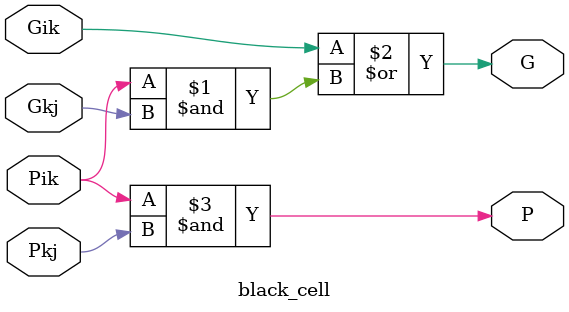
<source format=sv>
module prefixAdder32b (
	input logic [31:0] a, b,
	input logic cin,
	output logic [31:0] sum,
	output logic cout
);

logic [31:0] g, p;
KSA_stage1 stage1 (.a(a), .b(b), .g(g), .p(p));

logic [31:0] g_stage2, p_stage2;
KSA_stage2 stage2 (.g_in(g), .p_in(p), .g_out(g_stage2), .p_out(p_stage2));

logic [31:0] g_stage3, p_stage3;
KSA_stage3 stage3 (.g_in(g_stage2), .p_in(p_stage2), .g_out(g_stage3), .p_out(p_stage3));

logic [31:0] g_stage4, p_stage4;
KSA_stage4 stage4 (.g_in(g_stage3), .p_in(p_stage3), .g_out(g_stage4), .p_out(p_stage4));

logic [31:0] g_stage5, p_stage5;
KSA_stage5 stage5 (.g_in(g_stage4), .p_in(p_stage4), .g_out(g_stage5), .p_out(p_stage5));

logic [31:0] g_stage6, p_stage6;
KSA_stage6 stage6 (.g_in(g_stage5), .p_in(p_stage5), .g_out(g_stage6), .p_out(p_stage6));

logic [32:0] Carry;
KSA_stage7 stage7 (.g_in(g_stage6), .p_in(p_stage6), .cin(cin), .Carry(Carry));

always @(*) begin
	case (cin)
		1'b0: cout = Carry[32];
		1'b1: cout = !Carry[32];
	endcase
end
assign sum = p[31:0] ^ Carry[31:0];

endmodule



module KSA_stage7 (
	input logic [31:0] g_in,
	input logic [31:0] p_in,
	input logic cin,
	output logic [32:0] Carry
);
	
assign Carry[0] = cin;
assign Carry[1] = g_in[0] | (p_in[0] & cin);
assign Carry[2] = g_in[1] | (p_in[1] & cin);
assign Carry[3] = g_in[2] | (p_in[2] & cin);
assign Carry[4] = g_in[3] | (p_in[3] & cin);
assign Carry[5] = g_in[4] | (p_in[4] & cin);
assign Carry[6] = g_in[5] | (p_in[5] & cin);
assign Carry[7] = g_in[6] | (p_in[6] & cin);
assign Carry[8] = g_in[7] | (p_in[7] & cin);
assign Carry[9] = g_in[8] | (p_in[8] & cin);
assign Carry[10] = g_in[9] | (p_in[9] & cin);
assign Carry[11] = g_in[10] | (p_in[10] & cin);
assign Carry[12] = g_in[11] | (p_in[11] & cin);
assign Carry[13] = g_in[12] | (p_in[12] & cin);
assign Carry[14] = g_in[13] | (p_in[13] & cin);
assign Carry[15] = g_in[14] | (p_in[14] & cin);
assign Carry[16] = g_in[15] | (p_in[15] & cin);
assign Carry[17] = g_in[16] | (p_in[16] & cin);
assign Carry[18] = g_in[17] | (p_in[17] & cin);
assign Carry[19] = g_in[18] | (p_in[18] & cin);
assign Carry[20] = g_in[19] | (p_in[19] & cin);
assign Carry[21] = g_in[20] | (p_in[20] & cin);
assign Carry[22] = g_in[21] | (p_in[21] & cin);
assign Carry[23] = g_in[22] | (p_in[22] & cin);
assign Carry[24] = g_in[23] | (p_in[23] & cin);
assign Carry[25] = g_in[24] | (p_in[24] & cin);
assign Carry[26] = g_in[25] | (p_in[25] & cin);
assign Carry[27] = g_in[26] | (p_in[26] & cin);
assign Carry[28] = g_in[27] | (p_in[27] & cin);
assign Carry[29] = g_in[28] | (p_in[28] & cin);
assign Carry[30] = g_in[29] | (p_in[29] & cin);
assign Carry[31] = g_in[30] | (p_in[30] & cin);
assign Carry[32] = g_in[31] | (p_in[31] & cin);

endmodule



module KSA_stage6 (
	input logic [31:0] g_in,
	input logic [31:0] p_in,
	output logic [31:0] g_out,
	output logic [31:0] p_out
);

//g0 & p0
assign g_out[0] = g_in[0];
assign p_out[0] = p_in[0];
//g1-0 & p1-0
assign g_out[1] = g_in[1];
assign p_out[1] = p_in[1];
//g2-0 & p2-0
assign g_out[2] = g_in[2];
assign p_out[2] = p_in[2];
//g3-0 & p3-0
assign g_out[3] = g_in[3];
assign p_out[3] = p_in[3];
//g4-0 & p4-0
assign g_out[4] = g_in[4];
assign p_out[4] = p_in[4];
//g5-0 & p5-0
assign g_out[5] = g_in[5];
assign p_out[5] = p_in[5];
//g6-0 & p6-0
assign g_out[6] = g_in[6];
assign p_out[6] = p_in[6];
//g7-0 & p7-0
assign g_out[7] = g_in[7];
assign p_out[7] = p_in[7];  
//g8-0 & p8-0
assign g_out[8] = g_in[8];
assign p_out[8] = p_in[8];
//g9-0 & p9-0
assign g_out[9] = g_in[9];
assign p_out[9] = p_in[9];
//g10-0 & p10-0
assign g_out[10] = g_in[10];
assign p_out[10] = p_in[10];
//g11-0 & p11-0
assign g_out[11] = g_in[11];
assign p_out[11] = p_in[11];
//g12-0 & p12-0
assign g_out[12] = g_in[12];
assign p_out[12] = p_in[12];
//g13-0 & p13-0
assign g_out[13] = g_in[13];
assign p_out[13] = p_in[13];
//g14-0 & p14-0
assign g_out[14] = g_in[14];
assign p_out[14] = p_in[14];
//g15-0 & p15-0
assign g_out[15] = g_in[15];
assign p_out[15] = p_in[15];

black_cell black_16to0 (.Gik(g_in[16]), .Gkj(g_in[0]), .Pik(p_in[16]), .Pkj(p_in[0]), .G(g_out[16]), .P(p_out[16]));
black_cell black_17to1 (.Gik(g_in[17]), .Gkj(g_in[1]), .Pik(p_in[17]), .Pkj(p_in[1]), .G(g_out[17]), .P(p_out[17]));
black_cell black_18to2 (.Gik(g_in[18]), .Gkj(g_in[2]), .Pik(p_in[18]), .Pkj(p_in[2]), .G(g_out[18]), .P(p_out[18]));
black_cell black_19to3 (.Gik(g_in[19]), .Gkj(g_in[3]), .Pik(p_in[19]), .Pkj(p_in[3]), .G(g_out[19]), .P(p_out[19]));
black_cell black_20to4 (.Gik(g_in[20]), .Gkj(g_in[4]), .Pik(p_in[20]), .Pkj(p_in[4]), .G(g_out[20]), .P(p_out[20]));
black_cell black_21to5 (.Gik(g_in[21]), .Gkj(g_in[5]), .Pik(p_in[21]), .Pkj(p_in[5]), .G(g_out[21]), .P(p_out[21]));
black_cell black_22to6 (.Gik(g_in[22]), .Gkj(g_in[6]), .Pik(p_in[22]), .Pkj(p_in[6]), .G(g_out[22]), .P(p_out[22]));
black_cell black_23to7 (.Gik(g_in[23]), .Gkj(g_in[7]), .Pik(p_in[23]), .Pkj(p_in[7]), .G(g_out[23]), .P(p_out[23]));
black_cell black_24to8 (.Gik(g_in[24]), .Gkj(g_in[8]), .Pik(p_in[24]), .Pkj(p_in[8]), .G(g_out[24]), .P(p_out[24]));
black_cell black_25to9 (.Gik(g_in[25]), .Gkj(g_in[9]), .Pik(p_in[25]), .Pkj(p_in[9]), .G(g_out[25]), .P(p_out[25]));
black_cell black_26to10 (.Gik(g_in[26]), .Gkj(g_in[10]), .Pik(p_in[26]), .Pkj(p_in[10]), .G(g_out[26]), .P(p_out[26]));
black_cell black_27to11 (.Gik(g_in[27]), .Gkj(g_in[11]), .Pik(p_in[27]), .Pkj(p_in[11]), .G(g_out[27]), .P(p_out[27]));
black_cell black_28to12 (.Gik(g_in[28]), .Gkj(g_in[12]), .Pik(p_in[28]), .Pkj(p_in[12]), .G(g_out[28]), .P(p_out[28]));
black_cell black_29to13 (.Gik(g_in[29]), .Gkj(g_in[13]), .Pik(p_in[29]), .Pkj(p_in[13]), .G(g_out[29]), .P(p_out[29]));
black_cell black_30to14 (.Gik(g_in[30]), .Gkj(g_in[14]), .Pik(p_in[30]), .Pkj(p_in[14]), .G(g_out[30]), .P(p_out[30]));
black_cell black_31to15 (.Gik(g_in[31]), .Gkj(g_in[15]), .Pik(p_in[31]), .Pkj(p_in[15]), .G(g_out[31]), .P(p_out[31]));

endmodule



module KSA_stage5 (
	input logic [31:0] g_in,
	input logic [31:0] p_in,
	output logic [31:0] g_out,
	output logic [31:0] p_out
);
// g0-0 & p0-0
assign g_out[0] = g_in[0];
assign p_out[0] = p_in[0];
// g1-0 & p1-0
assign g_out[1] = g_in[1];
assign p_out[1] = p_in[1];
// g2-0 & p2-0
assign g_out[2] = g_in[2];
assign p_out[2] = p_in[2];
// g3-0 & p3-0
assign g_out[3] = g_in[3];
assign p_out[3] = p_in[3];
// g4-0 & p4-0
assign g_out[4] = g_in[4];
assign p_out[4] = p_in[4];
// g5-0 & p5-0
assign g_out[5] = g_in[5];
assign p_out[5] = p_in[5];
// g6-0 & p6-0
assign g_out[6] = g_in[6];
assign p_out[6] = p_in[6];
// g7-0 & p7-0
assign g_out[7] = g_in[7];
assign p_out[7] = p_in[7];

// Grey cell
black_cell black_8to0 (.Gik(g_in[8]), .Gkj(g_in[0]), .Pik(p_in[8]), .Pkj(p_in[0]), .G(g_out[8]), .P(p_out[8]));
black_cell black_9to1 (.Gik(g_in[9]), .Gkj(g_in[1]), .Pik(p_in[9]), .Pkj(p_in[1]), .G(g_out[9]), .P(p_out[9]));
black_cell black_10to2 (.Gik(g_in[10]), .Gkj(g_in[2]), .Pik(p_in[10]), .Pkj(p_in[2]), .G(g_out[10]), .P(p_out[10]));
black_cell black_11to3 (.Gik(g_in[11]), .Gkj(g_in[3]), .Pik(p_in[11]), .Pkj(p_in[3]), .G(g_out[11]), .P(p_out[11]));
black_cell black_12to4 (.Gik(g_in[12]), .Gkj(g_in[4]), .Pik(p_in[12]), .Pkj(p_in[4]), .G(g_out[12]), .P(p_out[12]));
black_cell black_13to5 (.Gik(g_in[13]), .Gkj(g_in[5]), .Pik(p_in[13]), .Pkj(p_in[5]), .G(g_out[13]), .P(p_out[13]));
black_cell black_14to6 (.Gik(g_in[14]), .Gkj(g_in[6]), .Pik(p_in[14]), .Pkj(p_in[6]), .G(g_out[14]), .P(p_out[14]));
black_cell black_15to7 (.Gik(g_in[15]), .Gkj(g_in[7]), .Pik(p_in[15]), .Pkj(p_in[7]), .G(g_out[15]), .P(p_out[15]));

// Rest of stage 5
black_cell black_16to8 (.Gik(g_in[16]), .Gkj(g_in[8]), .Pik(p_in[16]), .Pkj(p_in[8]), .G(g_out[16]), .P(p_out[16]));
black_cell black_17to9 (.Gik(g_in[17]), .Gkj(g_in[9]), .Pik(p_in[17]), .Pkj(p_in[9]), .G(g_out[17]), .P(p_out[17]));
black_cell black_18to10 (.Gik(g_in[18]), .Gkj(g_in[10]), .Pik(p_in[18]), .Pkj(p_in[10]), .G(g_out[18]), .P(p_out[18]));
black_cell black_19to11 (.Gik(g_in[19]), .Gkj(g_in[11]), .Pik(p_in[19]), .Pkj(p_in[11]), .G(g_out[19]), .P(p_out[19]));
black_cell black_20to12 (.Gik(g_in[20]), .Gkj(g_in[12]), .Pik(p_in[20]), .Pkj(p_in[12]), .G(g_out[20]), .P(p_out[20]));
black_cell black_21to13 (.Gik(g_in[21]), .Gkj(g_in[13]), .Pik(p_in[21]), .Pkj(p_in[13]), .G(g_out[21]), .P(p_out[21]));
black_cell black_22to14 (.Gik(g_in[22]), .Gkj(g_in[14]), .Pik(p_in[22]), .Pkj(p_in[14]), .G(g_out[22]), .P(p_out[22]));
black_cell black_23to15 (.Gik(g_in[23]), .Gkj(g_in[15]), .Pik(p_in[23]), .Pkj(p_in[15]), .G(g_out[23]), .P(p_out[23]));
black_cell black_24to16 (.Gik(g_in[24]), .Gkj(g_in[16]), .Pik(p_in[24]), .Pkj(p_in[16]), .G(g_out[24]), .P(p_out[24]));
black_cell black_25to17 (.Gik(g_in[25]), .Gkj(g_in[17]), .Pik(p_in[25]), .Pkj(p_in[17]), .G(g_out[25]), .P(p_out[25]));
black_cell black_26to18 (.Gik(g_in[26]), .Gkj(g_in[18]), .Pik(p_in[26]), .Pkj(p_in[18]), .G(g_out[26]), .P(p_out[26]));
black_cell black_27to19 (.Gik(g_in[27]), .Gkj(g_in[19]), .Pik(p_in[27]), .Pkj(p_in[19]), .G(g_out[27]), .P(p_out[27]));
black_cell black_28to20 (.Gik(g_in[28]), .Gkj(g_in[20]), .Pik(p_in[28]), .Pkj(p_in[20]), .G(g_out[28]), .P(p_out[28]));
black_cell black_29to21 (.Gik(g_in[29]), .Gkj(g_in[21]), .Pik(p_in[29]), .Pkj(p_in[21]), .G(g_out[29]), .P(p_out[29]));
black_cell black_30to22 (.Gik(g_in[30]), .Gkj(g_in[22]), .Pik(p_in[30]), .Pkj(p_in[22]), .G(g_out[30]), .P(p_out[30]));
black_cell black_31to23 (.Gik(g_in[31]), .Gkj(g_in[23]), .Pik(p_in[31]), .Pkj(p_in[23]), .G(g_out[31]), .P(p_out[31]));

endmodule




module KSA_stage4 (
	input logic [31:0] g_in,
	input logic [31:0] p_in,
	output logic [31:0] g_out,
	output logic [31:0] p_out
);

// g0 & p0
assign g_out[0] = g_in[0];
assign p_out[0] = p_in[0];
// g1 & p1
assign g_out[1] = g_in[1];
assign p_out[1] = p_in[1];
// g2 & p2
assign g_out[2] = g_in[2];
assign p_out[2] = p_in[2];
// g3 & p3
assign g_out[3] = g_in[3];
assign p_out[3] = p_in[3];
// g4-0 & p4-0
black_cell black_4to0 (.Gik(g_in[4]), .Gkj(g_in[0]), .Pik(p_in[4]), .Pkj(p_in[0]), .G(g_out[4]), .P(p_out[4]));
// g5-1 & p5-1
black_cell black_5to1 (.Gik(g_in[5]), .Gkj(g_in[1]), .Pik(p_in[5]), .Pkj(p_in[1]), .G(g_out[5]), .P(p_out[5]));
// g6-2 & p6
black_cell black_6to2 (.Gik(g_in[6]), .Gkj(g_in[2]), .Pik(p_in[6]), .Pkj(p_in[2]), .G(g_out[6]), .P(p_out[6]));
// g7-3 & p7-3
black_cell black_7to3 (.Gik(g_in[7]), .Gkj(g_in[3]), .Pik(p_in[7]), .Pkj(p_in[3]), .G(g_out[7]), .P(p_out[7]));

// Rest of stage 4
black_cell black_8to4 (.Gik(g_in[8]), .Gkj(g_in[4]), .Pik(p_in[8]), .Pkj(p_in[4]), .G(g_out[8]), .P(p_out[8]));
black_cell black_9to5 (.Gik(g_in[9]), .Gkj(g_in[5]), .Pik(p_in[9]), .Pkj(p_in[5]), .G(g_out[9]), .P(p_out[9]));
black_cell black_10to6 (.Gik(g_in[10]), .Gkj(g_in[6]), .Pik(p_in[10]), .Pkj(p_in[6]), .G(g_out[10]), .P(p_out[10]));
black_cell black_11to7 (.Gik(g_in[11]), .Gkj(g_in[7]), .Pik(p_in[11]), .Pkj(p_in[7]), .G(g_out[11]), .P(p_out[11]));
black_cell black_12to8 (.Gik(g_in[12]), .Gkj(g_in[8]), .Pik(p_in[12]), .Pkj(p_in[8]), .G(g_out[12]), .P(p_out[12]));
black_cell black_13to9 (.Gik(g_in[13]), .Gkj(g_in[9]), .Pik(p_in[13]), .Pkj(p_in[9]), .G(g_out[13]), .P(p_out[13]));
black_cell black_14to10 (.Gik(g_in[14]), .Gkj(g_in[10]), .Pik(p_in[14]), .Pkj(p_in[10]), .G(g_out[14]), .P(p_out[14]));
black_cell black_15to11 (.Gik(g_in[15]), .Gkj(g_in[11]), .Pik(p_in[15]), .Pkj(p_in[11]), .G(g_out[15]), .P(p_out[15]));
black_cell black_16to12 (.Gik(g_in[16]), .Gkj(g_in[12]), .Pik(p_in[16]), .Pkj(p_in[12]), .G(g_out[16]), .P(p_out[16]));
black_cell black_17to13 (.Gik(g_in[17]), .Gkj(g_in[13]), .Pik(p_in[17]), .Pkj(p_in[13]), .G(g_out[17]), .P(p_out[17]));
black_cell black_18to14 (.Gik(g_in[18]), .Gkj(g_in[14]), .Pik(p_in[18]), .Pkj(p_in[14]), .G(g_out[18]), .P(p_out[18]));
black_cell black_19to15 (.Gik(g_in[19]), .Gkj(g_in[15]), .Pik(p_in[19]), .Pkj(p_in[15]), .G(g_out[19]), .P(p_out[19]));
black_cell black_20to16 (.Gik(g_in[20]), .Gkj(g_in[16]), .Pik(p_in[20]), .Pkj(p_in[16]), .G(g_out[20]), .P(p_out[20]));
black_cell black_21to17 (.Gik(g_in[21]), .Gkj(g_in[17]), .Pik(p_in[21]), .Pkj(p_in[17]), .G(g_out[21]), .P(p_out[21]));
black_cell black_22to18 (.Gik(g_in[22]), .Gkj(g_in[18]), .Pik(p_in[22]), .Pkj(p_in[18]), .G(g_out[22]), .P(p_out[22]));
black_cell black_23to19 (.Gik(g_in[23]), .Gkj(g_in[19]), .Pik(p_in[23]), .Pkj(p_in[19]), .G(g_out[23]), .P(p_out[23]));
black_cell black_24to20 (.Gik(g_in[24]), .Gkj(g_in[20]), .Pik(p_in[24]), .Pkj(p_in[20]), .G(g_out[24]), .P(p_out[24]));
black_cell black_25to21 (.Gik(g_in[25]), .Gkj(g_in[21]), .Pik(p_in[25]), .Pkj(p_in[21]), .G(g_out[25]), .P(p_out[25]));
black_cell black_26to22 (.Gik(g_in[26]), .Gkj(g_in[22]), .Pik(p_in[26]), .Pkj(p_in[22]), .G(g_out[26]), .P(p_out[26]));
black_cell black_27to23 (.Gik(g_in[27]), .Gkj(g_in[23]), .Pik(p_in[27]), .Pkj(p_in[23]), .G(g_out[27]), .P(p_out[27]));
black_cell black_28to24 (.Gik(g_in[28]), .Gkj(g_in[24]), .Pik(p_in[28]), .Pkj(p_in[24]), .G(g_out[28]), .P(p_out[28]));
black_cell black_29to25 (.Gik(g_in[29]), .Gkj(g_in[25]), .Pik(p_in[29]), .Pkj(p_in[25]), .G(g_out[29]), .P(p_out[29]));
black_cell black_30to26 (.Gik(g_in[30]), .Gkj(g_in[26]), .Pik(p_in[30]), .Pkj(p_in[26]), .G(g_out[30]), .P(p_out[30]));
black_cell black_31to27 (.Gik(g_in[31]), .Gkj(g_in[27]), .Pik(p_in[31]), .Pkj(p_in[27]), .G(g_out[31]), .P(p_out[31]));

endmodule




module KSA_stage3 (
	input logic [31:0] g_in,
	input logic [31:0] p_in,
	output logic [31:0] g_out,
	output logic [31:0] p_out
);
// g0 and p0
assign g_out[0] = g_in[0];
assign p_out[0] = p_in[0];
// g1-0 and p1-0
assign g_out[1] = g_in[1];
assign p_out[1] = p_in[1];
// g2-0 and p2-0
black_cell black_2to0 (.Gik(g_in[2]), .Gkj(g_in[0]), .Pik(p_in[2]), .Pkj(p_in[0]), .G(g_out[2]), .P(p_out[2]));
// g3-1 and p3-1
black_cell black_3to1 (.Gik(g_in[3]), .Gkj(g_in[1]), .Pik(p_in[3]), .Pkj(p_in[1]), .G(g_out[3]), .P(p_out[3]));
// Rest of stage 3
black_cell black_4to2 (.Gik(g_in[4]), .Gkj(g_in[2]), .Pik(p_in[4]), .Pkj(p_in[2]), .G(g_out[4]), .P(p_out[4]));
black_cell black_5to3 (.Gik(g_in[5]), .Gkj(g_in[3]), .Pik(p_in[5]), .Pkj(p_in[3]), .G(g_out[5]), .P(p_out[5]));
black_cell black_6to4 (.Gik(g_in[6]), .Gkj(g_in[4]), .Pik(p_in[6]), .Pkj(p_in[4]), .G(g_out[6]), .P(p_out[6]));
black_cell black_7to5 (.Gik(g_in[7]), .Gkj(g_in[5]), .Pik(p_in[7]), .Pkj(p_in[5]), .G(g_out[7]), .P(p_out[7]));
black_cell black_8to6 (.Gik(g_in[8]), .Gkj(g_in[6]), .Pik(p_in[8]), .Pkj(p_in[6]), .G(g_out[8]), .P(p_out[8]));
black_cell black_9to7 (.Gik(g_in[9]), .Gkj(g_in[7]), .Pik(p_in[9]), .Pkj(p_in[7]), .G(g_out[9]), .P(p_out[9]));
black_cell black_10to8 (.Gik(g_in[10]), .Gkj(g_in[8]), .Pik(p_in[10]), .Pkj(p_in[8]), .G(g_out[10]), .P(p_out[10]));
black_cell black_11to9 (.Gik(g_in[11]), .Gkj(g_in[9]), .Pik(p_in[11]), .Pkj(p_in[9]), .G(g_out[11]), .P(p_out[11]));
black_cell black_12to10 (.Gik(g_in[12]), .Gkj(g_in[10]), .Pik(p_in[12]), .Pkj(p_in[10]), .G(g_out[12]), .P(p_out[12]));
black_cell black_13to11 (.Gik(g_in[13]), .Gkj(g_in[11]), .Pik(p_in[13]), .Pkj(p_in[11]), .G(g_out[13]), .P(p_out[13]));
black_cell black_14to12 (.Gik(g_in[14]), .Gkj(g_in[12]), .Pik(p_in[14]), .Pkj(p_in[12]), .G(g_out[14]), .P(p_out[14]));
black_cell black_15to13 (.Gik(g_in[15]), .Gkj(g_in[13]), .Pik(p_in[15]), .Pkj(p_in[13]), .G(g_out[15]), .P(p_out[15]));
black_cell black_16to14 (.Gik(g_in[16]), .Gkj(g_in[14]), .Pik(p_in[16]), .Pkj(p_in[14]), .G(g_out[16]), .P(p_out[16]));
black_cell black_17to15 (.Gik(g_in[17]), .Gkj(g_in[15]), .Pik(p_in[17]), .Pkj(p_in[15]), .G(g_out[17]), .P(p_out[17]));
black_cell black_18to16 (.Gik(g_in[18]), .Gkj(g_in[16]), .Pik(p_in[18]), .Pkj(p_in[16]), .G(g_out[18]), .P(p_out[18]));
black_cell black_19to17 (.Gik(g_in[19]), .Gkj(g_in[17]), .Pik(p_in[19]), .Pkj(p_in[17]), .G(g_out[19]), .P(p_out[19]));
black_cell black_20to18 (.Gik(g_in[20]), .Gkj(g_in[18]), .Pik(p_in[20]), .Pkj(p_in[18]), .G(g_out[20]), .P(p_out[20]));
black_cell black_21to19 (.Gik(g_in[21]), .Gkj(g_in[19]), .Pik(p_in[21]), .Pkj(p_in[19]), .G(g_out[21]), .P(p_out[21]));
black_cell black_22to20 (.Gik(g_in[22]), .Gkj(g_in[20]), .Pik(p_in[22]), .Pkj(p_in[20]), .G(g_out[22]), .P(p_out[22]));
black_cell black_23to21 (.Gik(g_in[23]), .Gkj(g_in[21]), .Pik(p_in[23]), .Pkj(p_in[21]), .G(g_out[23]), .P(p_out[23]));
black_cell black_24to22 (.Gik(g_in[24]), .Gkj(g_in[22]), .Pik(p_in[24]), .Pkj(p_in[22]), .G(g_out[24]), .P(p_out[24]));
black_cell black_25to23 (.Gik(g_in[25]), .Gkj(g_in[23]), .Pik(p_in[25]), .Pkj(p_in[23]), .G(g_out[25]), .P(p_out[25]));
black_cell black_26to24 (.Gik(g_in[26]), .Gkj(g_in[24]), .Pik(p_in[26]), .Pkj(p_in[24]), .G(g_out[26]), .P(p_out[26]));
black_cell black_27to25 (.Gik(g_in[27]), .Gkj(g_in[25]), .Pik(p_in[27]), .Pkj(p_in[25]), .G(g_out[27]), .P(p_out[27]));
black_cell black_28to26 (.Gik(g_in[28]), .Gkj(g_in[26]), .Pik(p_in[28]), .Pkj(p_in[26]), .G(g_out[28]), .P(p_out[28]));
black_cell black_29to27 (.Gik(g_in[29]), .Gkj(g_in[27]), .Pik(p_in[29]), .Pkj(p_in[27]), .G(g_out[29]), .P(p_out[29]));
black_cell black_30to28 (.Gik(g_in[30]), .Gkj(g_in[28]), .Pik(p_in[30]), .Pkj(p_in[28]), .G(g_out[30]), .P(p_out[30]));
black_cell black_31to29 (.Gik(g_in[31]), .Gkj(g_in[29]), .Pik(p_in[31]), .Pkj(p_in[29]), .G(g_out[31]), .P(p_out[31]));

endmodule



module KSA_stage2 (
	input logic [31:0] g_in,
	input logic [31:0] p_in,
	output logic [31:0] g_out,
	output logic [31:0] p_out
);

assign g_out[0] = g_in[0];
assign p_out[0] = p_in[0];

black_cell black_1to0 (.Gik(g_in[1]), .Gkj(g_in[0]), .Pik(p_in[1]), .Pkj(p_in[0]), .G(g_out[1]), .P(p_out[1]));

black_cell black_2to1 (.Gik(g_in[2]), .Gkj(g_in[1]), .Pik(p_in[2]), .Pkj(p_in[1]), .G(g_out[2]), .P(p_out[2]));
black_cell black_3to2 (.Gik(g_in[3]), .Gkj(g_in[2]), .Pik(p_in[3]), .Pkj(p_in[2]), .G(g_out[3]), .P(p_out[3]));
black_cell black_4to3 (.Gik(g_in[4]), .Gkj(g_in[3]), .Pik(p_in[4]), .Pkj(p_in[3]), .G(g_out[4]), .P(p_out[4]));
black_cell black_5to4 (.Gik(g_in[5]), .Gkj(g_in[4]), .Pik(p_in[5]), .Pkj(p_in[4]), .G(g_out[5]), .P(p_out[5]));
black_cell black_6to5 (.Gik(g_in[6]), .Gkj(g_in[5]), .Pik(p_in[6]), .Pkj(p_in[5]), .G(g_out[6]), .P(p_out[6]));
black_cell black_7to6 (.Gik(g_in[7]), .Gkj(g_in[6]), .Pik(p_in[7]), .Pkj(p_in[6]), .G(g_out[7]), .P(p_out[7]));
black_cell black_8to7 (.Gik(g_in[8]), .Gkj(g_in[7]), .Pik(p_in[8]), .Pkj(p_in[7]), .G(g_out[8]), .P(p_out[8]));
black_cell black_9to8 (.Gik(g_in[9]), .Gkj(g_in[8]), .Pik(p_in[9]), .Pkj(p_in[8]), .G(g_out[9]), .P(p_out[9]));
black_cell black_10to9 (.Gik(g_in[10]), .Gkj(g_in[9]), .Pik(p_in[10]), .Pkj(p_in[9]), .G(g_out[10]), .P(p_out[10]));
black_cell black_11to10 (.Gik(g_in[11]), .Gkj(g_in[10]), .Pik(p_in[11]), .Pkj(p_in[10]), .G(g_out[11]), .P(p_out[11]));
black_cell black_12to11 (.Gik(g_in[12]), .Gkj(g_in[11]), .Pik(p_in[12]), .Pkj(p_in[11]), .G(g_out[12]), .P(p_out[12]));
black_cell black_13to12 (.Gik(g_in[13]), .Gkj(g_in[12]), .Pik(p_in[13]), .Pkj(p_in[12]), .G(g_out[13]), .P(p_out[13]));
black_cell black_14to13 (.Gik(g_in[14]), .Gkj(g_in[13]), .Pik(p_in[14]), .Pkj(p_in[13]), .G(g_out[14]), .P(p_out[14]));
black_cell black_15to14 (.Gik(g_in[15]), .Gkj(g_in[14]), .Pik(p_in[15]), .Pkj(p_in[14]), .G(g_out[15]), .P(p_out[15]));
black_cell black_16to15 (.Gik(g_in[16]), .Gkj(g_in[15]), .Pik(p_in[16]), .Pkj(p_in[15]), .G(g_out[16]), .P(p_out[16]));
black_cell black_17to16 (.Gik(g_in[17]), .Gkj(g_in[16]), .Pik(p_in[17]), .Pkj(p_in[16]), .G(g_out[17]), .P(p_out[17]));
black_cell black_18to17 (.Gik(g_in[18]), .Gkj(g_in[17]), .Pik(p_in[18]), .Pkj(p_in[17]), .G(g_out[18]), .P(p_out[18]));
black_cell black_19to18 (.Gik(g_in[19]), .Gkj(g_in[18]), .Pik(p_in[19]), .Pkj(p_in[18]), .G(g_out[19]), .P(p_out[19]));
black_cell black_20to19 (.Gik(g_in[20]), .Gkj(g_in[19]), .Pik(p_in[20]), .Pkj(p_in[19]), .G(g_out[20]), .P(p_out[20]));
black_cell black_21to20 (.Gik(g_in[21]), .Gkj(g_in[20]), .Pik(p_in[21]), .Pkj(p_in[20]), .G(g_out[21]), .P(p_out[21]));
black_cell black_22to21 (.Gik(g_in[22]), .Gkj(g_in[21]), .Pik(p_in[22]), .Pkj(p_in[21]), .G(g_out[22]), .P(p_out[22]));
black_cell black_23to22 (.Gik(g_in[23]), .Gkj(g_in[22]), .Pik(p_in[23]), .Pkj(p_in[22]), .G(g_out[23]), .P(p_out[23]));
black_cell black_24to23 (.Gik(g_in[24]), .Gkj(g_in[23]), .Pik(p_in[24]), .Pkj(p_in[23]), .G(g_out[24]), .P(p_out[24]));
black_cell black_25to24 (.Gik(g_in[25]), .Gkj(g_in[24]), .Pik(p_in[25]), .Pkj(p_in[24]), .G(g_out[25]), .P(p_out[25]));
black_cell black_26to25 (.Gik(g_in[26]), .Gkj(g_in[25]), .Pik(p_in[26]), .Pkj(p_in[25]), .G(g_out[26]), .P(p_out[26]));
black_cell black_27to26 (.Gik(g_in[27]), .Gkj(g_in[26]), .Pik(p_in[27]), .Pkj(p_in[26]), .G(g_out[27]), .P(p_out[27]));
black_cell black_28to27 (.Gik(g_in[28]), .Gkj(g_in[27]), .Pik(p_in[28]), .Pkj(p_in[27]), .G(g_out[28]), .P(p_out[28]));
black_cell black_29to28 (.Gik(g_in[29]), .Gkj(g_in[28]), .Pik(p_in[29]), .Pkj(p_in[28]), .G(g_out[29]), .P(p_out[29]));
black_cell black_30to29 (.Gik(g_in[30]), .Gkj(g_in[29]), .Pik(p_in[30]), .Pkj(p_in[29]), .G(g_out[30]), .P(p_out[30]));
black_cell black_31to30 (.Gik(g_in[31]), .Gkj(g_in[30]), .Pik(p_in[31]), .Pkj(p_in[30]), .G(g_out[31]), .P(p_out[31]));

endmodule




module KSA_stage1 (
	input logic [31:0] a,
	input logic [31:0] b,
	output logic [31:0] g,
	output logic [31:0] p
);

assign g[31:0] = a[31:0] & b[31:0];
assign p[31:0] = a[31:0] ^ b[31:0];

endmodule 



module grey_cell (
	input logic Gik,
	input logic Gkj,
	input logic Pik,
	output logic G
);

assign G = Gik | (Pik & Gkj);

endmodule 




module black_cell (
	input logic Gik,
	input logic Gkj,
	input logic Pik,
	input logic Pkj,
	output logic G,
	output logic P
);

assign G = Gik | (Pik & Gkj);
assign P = Pik & Pkj;

endmodule

</source>
